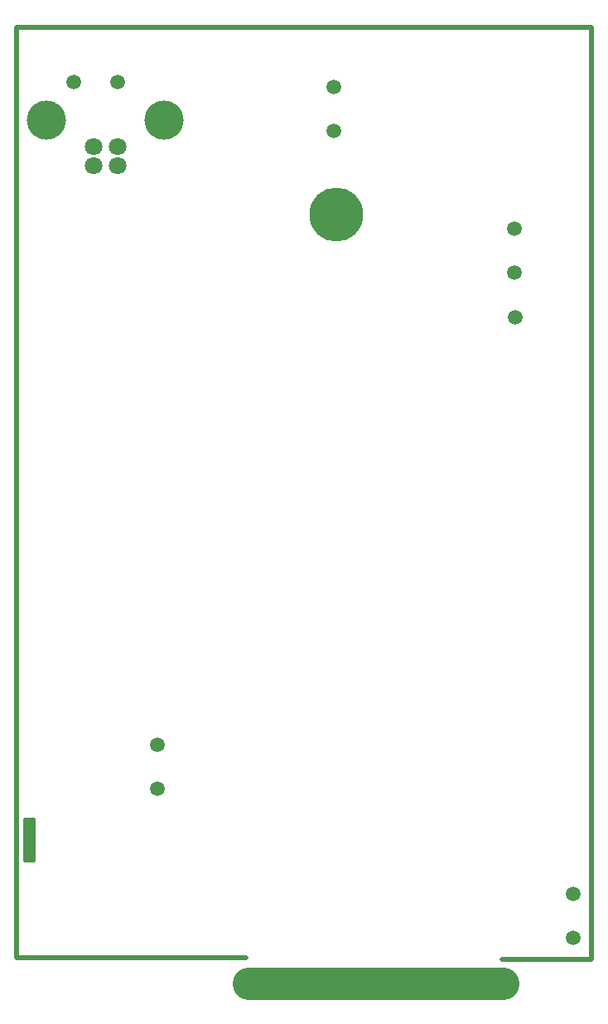
<source format=gbr>
G04 #@! TF.FileFunction,Soldermask,Bot*
%FSLAX46Y46*%
G04 Gerber Fmt 4.6, Leading zero omitted, Abs format (unit mm)*
G04 Created by KiCad (PCBNEW 4.0.7) date 04/10/18 15:24:13*
%MOMM*%
%LPD*%
G01*
G04 APERTURE LIST*
%ADD10C,0.100000*%
%ADD11C,3.300000*%
%ADD12C,0.500000*%
%ADD13C,1.800000*%
%ADD14C,4.000000*%
%ADD15C,5.500000*%
%ADD16C,1.500000*%
%ADD17C,0.254000*%
G04 APERTURE END LIST*
D10*
D11*
X246700000Y-125000000D02*
X220700000Y-125000000D01*
D12*
X255750000Y-122500000D02*
X246600000Y-122500000D01*
X255750000Y-27250000D02*
X255750000Y-122500000D01*
X197050000Y-27250000D02*
X255750000Y-27250000D01*
X197050000Y-122400000D02*
X197050000Y-27250000D01*
X220500000Y-122400000D02*
X197050000Y-122400000D01*
D13*
X204850000Y-41460000D03*
X207350000Y-41460000D03*
X207350000Y-39460000D03*
X204850000Y-39460000D03*
D14*
X212120000Y-36750000D03*
X200080000Y-36750000D03*
D15*
X229700000Y-46400000D03*
D16*
X247900000Y-47850000D03*
X247900000Y-52350000D03*
X247950000Y-56900000D03*
X211400000Y-100600000D03*
X211400000Y-105100000D03*
X253900000Y-115850000D03*
X229400000Y-37850000D03*
X229400000Y-33350000D03*
X253900000Y-120350000D03*
X202850000Y-32850000D03*
X207350000Y-32850000D03*
D17*
G36*
X198823000Y-112423000D02*
X197777000Y-112423000D01*
X197777000Y-108177000D01*
X198823000Y-108177000D01*
X198823000Y-112423000D01*
X198823000Y-112423000D01*
G37*
X198823000Y-112423000D02*
X197777000Y-112423000D01*
X197777000Y-108177000D01*
X198823000Y-108177000D01*
X198823000Y-112423000D01*
M02*

</source>
